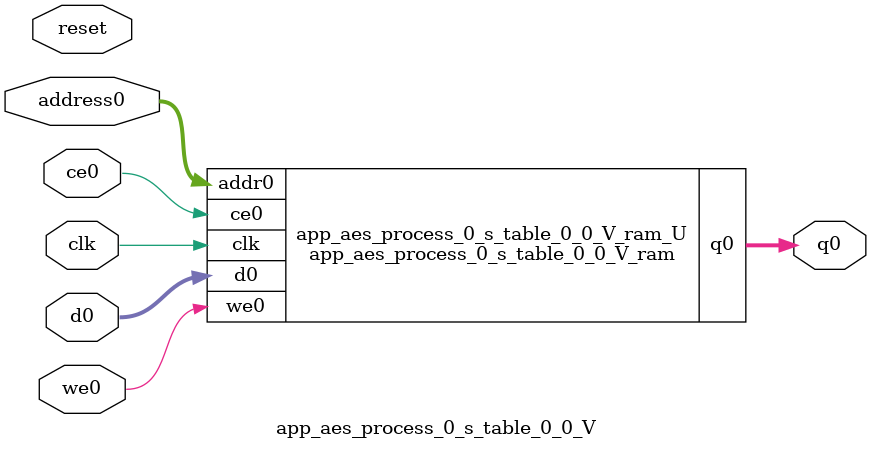
<source format=v>

`timescale 1 ns / 1 ps
module app_aes_process_0_s_table_0_0_V_ram (addr0, ce0, d0, we0, q0,  clk);

parameter DWIDTH = 8;
parameter AWIDTH = 6;
parameter MEM_SIZE = 64;

input[AWIDTH-1:0] addr0;
input ce0;
input[DWIDTH-1:0] d0;
input we0;
output reg[DWIDTH-1:0] q0;
input clk;

(* ram_style = "distributed" *)reg [DWIDTH-1:0] ram[0:MEM_SIZE-1];




always @(posedge clk)  
begin 
    if (ce0) 
    begin
        if (we0) 
        begin 
            ram[addr0] <= d0; 
            q0 <= d0;
        end 
        else 
            q0 <= ram[addr0];
    end
end


endmodule


`timescale 1 ns / 1 ps
module app_aes_process_0_s_table_0_0_V(
    reset,
    clk,
    address0,
    ce0,
    we0,
    d0,
    q0);

parameter DataWidth = 32'd8;
parameter AddressRange = 32'd64;
parameter AddressWidth = 32'd6;
input reset;
input clk;
input[AddressWidth - 1:0] address0;
input ce0;
input we0;
input[DataWidth - 1:0] d0;
output[DataWidth - 1:0] q0;



app_aes_process_0_s_table_0_0_V_ram app_aes_process_0_s_table_0_0_V_ram_U(
    .clk( clk ),
    .addr0( address0 ),
    .ce0( ce0 ),
    .d0( d0 ),
    .we0( we0 ),
    .q0( q0 ));

endmodule


</source>
